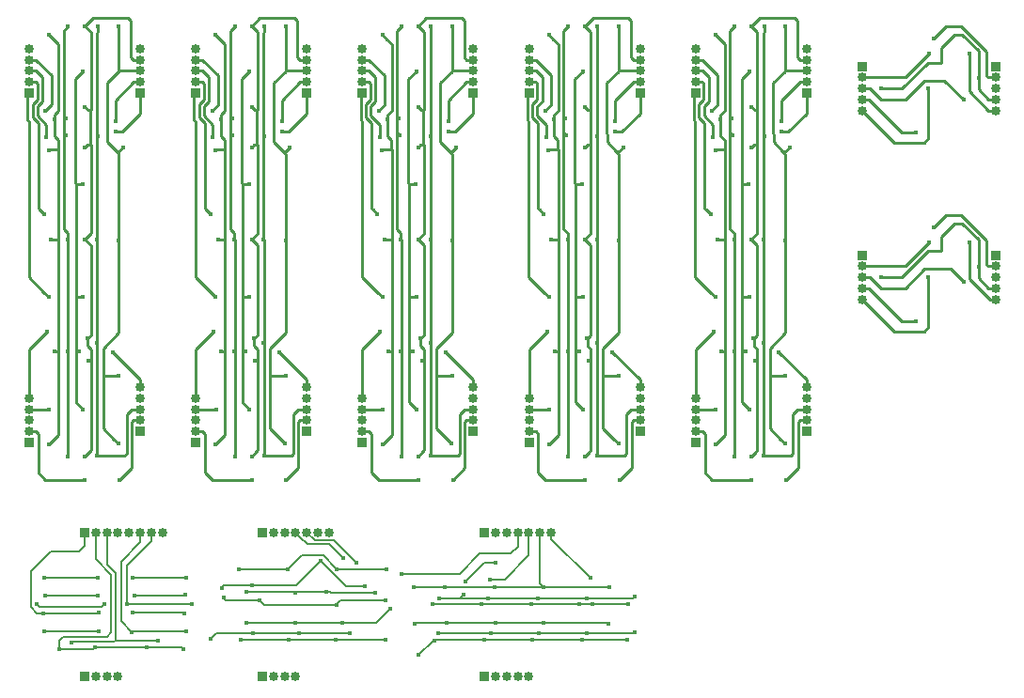
<source format=gbr>
G04 #@! TF.GenerationSoftware,KiCad,Pcbnew,(5.1.9)-1*
G04 #@! TF.CreationDate,2021-02-13T15:05:32-08:00*
G04 #@! TF.ProjectId,ufc_v4_displays_panel,7566635f-7634-45f6-9469-73706c617973,rev?*
G04 #@! TF.SameCoordinates,Original*
G04 #@! TF.FileFunction,Copper,L2,Bot*
G04 #@! TF.FilePolarity,Positive*
%FSLAX46Y46*%
G04 Gerber Fmt 4.6, Leading zero omitted, Abs format (unit mm)*
G04 Created by KiCad (PCBNEW (5.1.9)-1) date 2021-02-13 15:05:32*
%MOMM*%
%LPD*%
G01*
G04 APERTURE LIST*
G04 #@! TA.AperFunction,ComponentPad*
%ADD10R,0.850000X0.850000*%
G04 #@! TD*
G04 #@! TA.AperFunction,ComponentPad*
%ADD11O,0.850000X0.850000*%
G04 #@! TD*
G04 #@! TA.AperFunction,ViaPad*
%ADD12C,0.450000*%
G04 #@! TD*
G04 #@! TA.AperFunction,Conductor*
%ADD13C,0.250000*%
G04 #@! TD*
G04 #@! TA.AperFunction,Conductor*
%ADD14C,0.152000*%
G04 #@! TD*
G04 #@! TA.AperFunction,Conductor*
%ADD15C,0.152400*%
G04 #@! TD*
G04 APERTURE END LIST*
D10*
X100635900Y-96042000D03*
D11*
X101635900Y-96042000D03*
X102635900Y-96042000D03*
X103635900Y-96042000D03*
X104635900Y-96042000D03*
X106635900Y-83042000D03*
X105635900Y-83042000D03*
X104635900Y-83042000D03*
X103635900Y-83042000D03*
X102635900Y-83042000D03*
X101635900Y-83042000D03*
D10*
X100635900Y-83042000D03*
D11*
X83635900Y-96042000D03*
X82635900Y-96042000D03*
X81635900Y-96042000D03*
D10*
X80635900Y-96042000D03*
X80635900Y-83042000D03*
D11*
X81635900Y-83042000D03*
X82635900Y-83042000D03*
X83635900Y-83042000D03*
X84635900Y-83042000D03*
X85635900Y-83042000D03*
X86635900Y-83042000D03*
D10*
X64635900Y-96042000D03*
D11*
X65635900Y-96042000D03*
X66635900Y-96042000D03*
X67635900Y-96042000D03*
D10*
X64635900Y-83042000D03*
D11*
X65635900Y-83042000D03*
X66635900Y-83042000D03*
X67635900Y-83042000D03*
X68635900Y-83042000D03*
X69635900Y-83042000D03*
X70635900Y-83042000D03*
X71635900Y-83042000D03*
X134633800Y-45041300D03*
X134633800Y-44041300D03*
X134633800Y-43041300D03*
X134633800Y-42041300D03*
D10*
X134633800Y-41041300D03*
X146633800Y-41041300D03*
D11*
X146633800Y-42041300D03*
X146633800Y-43041300D03*
X146633800Y-44041300D03*
X146633800Y-45041300D03*
X134633800Y-62046600D03*
X134633800Y-61046600D03*
X134633800Y-60046600D03*
X134633800Y-59046600D03*
D10*
X134633800Y-58046600D03*
X146633800Y-58046600D03*
D11*
X146633800Y-59046600D03*
X146633800Y-60046600D03*
X146633800Y-61046600D03*
X146633800Y-62046600D03*
X119635780Y-70941760D03*
X119635780Y-71941760D03*
X119635780Y-72941760D03*
X119635780Y-73941760D03*
D10*
X119635780Y-74941760D03*
D11*
X119635780Y-39441760D03*
X119635780Y-40441760D03*
X119635780Y-41441760D03*
X119635780Y-42441760D03*
D10*
X119635780Y-43441760D03*
D11*
X129635780Y-69941760D03*
X129635780Y-70941760D03*
X129635780Y-71941760D03*
X129635780Y-72941760D03*
D10*
X129635780Y-73941760D03*
D11*
X129635780Y-39441760D03*
X129635780Y-40441760D03*
X129635780Y-41441760D03*
X129635780Y-42441760D03*
D10*
X129635780Y-43441760D03*
D11*
X104639620Y-70941760D03*
X104639620Y-71941760D03*
X104639620Y-72941760D03*
X104639620Y-73941760D03*
D10*
X104639620Y-74941760D03*
D11*
X104639620Y-39441760D03*
X104639620Y-40441760D03*
X104639620Y-41441760D03*
X104639620Y-42441760D03*
D10*
X104639620Y-43441760D03*
D11*
X114639620Y-69941760D03*
X114639620Y-70941760D03*
X114639620Y-71941760D03*
X114639620Y-72941760D03*
D10*
X114639620Y-73941760D03*
D11*
X114639620Y-39441760D03*
X114639620Y-40441760D03*
X114639620Y-41441760D03*
X114639620Y-42441760D03*
D10*
X114639620Y-43441760D03*
D11*
X89638380Y-70941760D03*
X89638380Y-71941760D03*
X89638380Y-72941760D03*
X89638380Y-73941760D03*
D10*
X89638380Y-74941760D03*
D11*
X89638380Y-39441760D03*
X89638380Y-40441760D03*
X89638380Y-41441760D03*
X89638380Y-42441760D03*
D10*
X89638380Y-43441760D03*
D11*
X99638380Y-69941760D03*
X99638380Y-70941760D03*
X99638380Y-71941760D03*
X99638380Y-72941760D03*
D10*
X99638380Y-73941760D03*
D11*
X99638380Y-39441760D03*
X99638380Y-40441760D03*
X99638380Y-41441760D03*
X99638380Y-42441760D03*
D10*
X99638380Y-43441760D03*
D11*
X74637140Y-70941760D03*
X74637140Y-71941760D03*
X74637140Y-72941760D03*
X74637140Y-73941760D03*
D10*
X74637140Y-74941760D03*
D11*
X74637140Y-39441760D03*
X74637140Y-40441760D03*
X74637140Y-41441760D03*
X74637140Y-42441760D03*
D10*
X74637140Y-43441760D03*
D11*
X84637140Y-69941760D03*
X84637140Y-70941760D03*
X84637140Y-71941760D03*
X84637140Y-72941760D03*
D10*
X84637140Y-73941760D03*
D11*
X84637140Y-39441760D03*
X84637140Y-40441760D03*
X84637140Y-41441760D03*
X84637140Y-42441760D03*
D10*
X84637140Y-43441760D03*
D11*
X59635900Y-70941760D03*
X59635900Y-71941760D03*
X59635900Y-72941760D03*
X59635900Y-73941760D03*
D10*
X59635900Y-74941760D03*
D11*
X59635900Y-39441760D03*
X59635900Y-40441760D03*
X59635900Y-41441760D03*
X59635900Y-42441760D03*
D10*
X59635900Y-43441760D03*
D11*
X69635900Y-69941760D03*
X69635900Y-70941760D03*
X69635900Y-71941760D03*
X69635900Y-72941760D03*
D10*
X69635900Y-73941760D03*
D11*
X69635900Y-39441760D03*
X69635900Y-40441760D03*
X69635900Y-41441760D03*
X69635900Y-42441760D03*
D10*
X69635900Y-43441760D03*
D12*
X140682300Y-39914800D03*
X140682300Y-56920100D03*
X121456290Y-71930260D03*
X106460130Y-71930260D03*
X91458890Y-71930260D03*
X76457650Y-71930260D03*
X61456410Y-71930260D03*
X121247760Y-64904966D03*
X106251600Y-64904966D03*
X91250360Y-64904966D03*
X76249120Y-64904966D03*
X61247880Y-64904966D03*
X121429780Y-61833760D03*
X106433620Y-61833760D03*
X91432380Y-61833760D03*
X76431140Y-61833760D03*
X61429900Y-61833760D03*
X60921900Y-90360500D03*
X65874900Y-90297000D03*
X68922900Y-90297000D03*
X73625590Y-90350002D03*
X143786691Y-44030931D03*
X143786691Y-60476100D03*
X125767783Y-76121260D03*
X125747780Y-56626760D03*
X125811280Y-37412770D03*
X125753218Y-65963979D03*
X125811280Y-47355760D03*
X110771623Y-76121260D03*
X110751620Y-56626760D03*
X110815120Y-37412770D03*
X110757058Y-65963979D03*
X110815120Y-47355760D03*
X95770383Y-76121260D03*
X95750380Y-56626760D03*
X95813880Y-37412770D03*
X95755818Y-65963979D03*
X95813880Y-47355760D03*
X80769143Y-76121260D03*
X80749140Y-56626760D03*
X80812640Y-37412770D03*
X80754578Y-65963979D03*
X80812640Y-47355760D03*
X65767903Y-76121260D03*
X65747900Y-56626760D03*
X65811400Y-37412770D03*
X65753338Y-65963979D03*
X65811400Y-47355760D03*
X65557400Y-93408500D03*
X70256396Y-93408500D03*
X73494900Y-93535500D03*
X62382400Y-93599000D03*
X139475800Y-47026800D03*
X139475800Y-64032100D03*
X71208900Y-92773500D03*
X63461900Y-92957010D03*
X140618800Y-43026300D03*
X140618800Y-60031600D03*
X124477780Y-71930260D03*
X124431780Y-51627760D03*
X124477780Y-41450260D03*
X124477771Y-61787760D03*
X124144293Y-66723260D03*
X127144784Y-66786760D03*
X109481620Y-71930260D03*
X109435620Y-51627760D03*
X109481620Y-41450260D03*
X109481611Y-61787760D03*
X109148133Y-66723260D03*
X112148624Y-66786760D03*
X94480380Y-71930260D03*
X94434380Y-51627760D03*
X94480380Y-41450260D03*
X94480371Y-61787760D03*
X94146893Y-66723260D03*
X97147384Y-66786760D03*
X79479140Y-71930260D03*
X79433140Y-51627760D03*
X79479140Y-41450260D03*
X79479131Y-61787760D03*
X79145653Y-66723260D03*
X82146144Y-66786760D03*
X64477900Y-71930260D03*
X64431900Y-51627760D03*
X64477900Y-41450260D03*
X64477891Y-61787760D03*
X64144413Y-66723260D03*
X67144904Y-66786760D03*
X61047891Y-88700097D03*
X65811400Y-88773000D03*
X69113400Y-88773000D03*
X73713203Y-88693333D03*
X123144280Y-76184760D03*
X123117770Y-56620026D03*
X123144282Y-37412770D03*
X123117770Y-66723260D03*
X122953780Y-47228760D03*
X127398742Y-46939793D03*
X122909392Y-45739828D03*
X108148120Y-76184760D03*
X108121610Y-56620026D03*
X108148122Y-37412770D03*
X108121610Y-66723260D03*
X107957620Y-47228760D03*
X112402582Y-46939793D03*
X107913232Y-45739828D03*
X93146880Y-76184760D03*
X93120370Y-56620026D03*
X93146882Y-37412770D03*
X93120370Y-66723260D03*
X92956380Y-47228760D03*
X97401342Y-46939793D03*
X92911992Y-45739828D03*
X78145640Y-76184760D03*
X78119130Y-56620026D03*
X78145642Y-37412770D03*
X78119130Y-66723260D03*
X77955140Y-47228760D03*
X82400102Y-46939793D03*
X77910752Y-45739828D03*
X63144400Y-76184760D03*
X63117890Y-56620026D03*
X63144402Y-37412770D03*
X63117890Y-66723260D03*
X62953900Y-47228760D03*
X67398862Y-46939793D03*
X62909512Y-45739828D03*
X78535900Y-86362000D03*
X91805900Y-86352000D03*
X87365900Y-86362000D03*
X82940275Y-86362000D03*
X79205900Y-88422000D03*
X86395900Y-88392000D03*
X90835039Y-88453501D03*
X83595900Y-88502000D03*
X79165900Y-91152000D03*
X87845900Y-91152000D03*
X83605900Y-91152000D03*
X92109490Y-89941058D03*
X78705900Y-92722000D03*
X91705900Y-92702000D03*
X87235900Y-92722000D03*
X82965900Y-92722000D03*
X87925900Y-85382000D03*
X79795900Y-92122000D03*
X88485900Y-92122000D03*
X83945900Y-92122000D03*
X89085900Y-85762000D03*
X75960730Y-92654295D03*
X76965900Y-88022000D03*
X79740901Y-87797001D03*
X85875423Y-85625107D03*
X89875900Y-87922000D03*
X77125900Y-88922000D03*
X91710880Y-89162476D03*
X80395424Y-89162476D03*
X87295900Y-89562000D03*
X96585900Y-88972000D03*
X114165900Y-88782000D03*
X109855900Y-88972000D03*
X105455900Y-88972000D03*
X100995900Y-88972000D03*
X98768113Y-88659787D03*
X98940140Y-87464420D03*
X101625408Y-85788500D03*
X96475900Y-92122000D03*
X114195900Y-92012000D03*
X109875900Y-92122000D03*
X105525900Y-92122000D03*
X101185900Y-92122000D03*
X113485900Y-92732000D03*
X96095900Y-92762000D03*
X100605900Y-92732000D03*
X104935900Y-92732000D03*
X109455900Y-92732000D03*
X93137679Y-86750057D03*
X94712307Y-94082000D03*
X111785900Y-91312000D03*
X105963997Y-91180097D03*
X101597803Y-91180097D03*
X97217803Y-91180097D03*
X101165900Y-87302000D03*
X94387628Y-91257103D03*
X94275900Y-87972000D03*
X111895900Y-88002000D03*
X105965900Y-87972000D03*
X101555900Y-87972000D03*
X97095900Y-87972000D03*
X113545900Y-89522000D03*
X95965900Y-89512000D03*
X100355900Y-89522000D03*
X104845900Y-89522000D03*
X109195900Y-89522000D03*
X110144860Y-87152000D03*
X110365900Y-89522000D03*
X141079651Y-38525322D03*
X141079651Y-55530622D03*
X127400100Y-45939782D03*
X112403940Y-45939782D03*
X97402700Y-45939782D03*
X82401460Y-45939782D03*
X67400220Y-45939782D03*
X73774957Y-87110864D03*
X68986400Y-87122000D03*
X65811400Y-87122000D03*
X60990418Y-87116982D03*
X144302306Y-39880673D03*
X144302306Y-56885973D03*
X121429780Y-75105260D03*
X121429780Y-38211760D03*
X121620280Y-56626760D03*
X121937780Y-66723260D03*
X121410741Y-48627732D03*
X121909796Y-45768252D03*
X106433620Y-75105260D03*
X106433620Y-38211760D03*
X106624120Y-56626760D03*
X106941620Y-66723260D03*
X106414581Y-48627732D03*
X106913636Y-45768252D03*
X91432380Y-75105260D03*
X91432380Y-38211760D03*
X91622880Y-56626760D03*
X91940380Y-66723260D03*
X91413341Y-48627732D03*
X91912396Y-45768252D03*
X76431140Y-75105260D03*
X76431140Y-38211760D03*
X76621640Y-56626760D03*
X76939140Y-66723260D03*
X76412101Y-48627732D03*
X76911156Y-45768252D03*
X61429900Y-75105260D03*
X61429900Y-38211760D03*
X61620400Y-56626760D03*
X61937900Y-66723260D03*
X61410861Y-48627732D03*
X61909916Y-45768252D03*
X60350400Y-89535000D03*
X66382900Y-89535000D03*
X74256900Y-89535000D03*
X68407910Y-89535000D03*
X136364300Y-43026300D03*
X145118634Y-42096212D03*
X136364300Y-60031600D03*
X145118634Y-59101512D03*
X124668282Y-76184760D03*
X124668280Y-56626760D03*
X124668280Y-37412770D03*
X124668280Y-44688760D03*
X124668280Y-48308260D03*
X124985780Y-67548760D03*
X124858780Y-65516760D03*
X109672122Y-76184760D03*
X109672120Y-56626760D03*
X109672120Y-37412770D03*
X109672120Y-44688760D03*
X109672120Y-48308260D03*
X109989620Y-67548760D03*
X109862620Y-65516760D03*
X94670882Y-76184760D03*
X94670880Y-56626760D03*
X94670880Y-37412770D03*
X94670880Y-44688760D03*
X94670880Y-48308260D03*
X94988380Y-67548760D03*
X94861380Y-65516760D03*
X79669642Y-76184760D03*
X79669640Y-56626760D03*
X79669640Y-37412770D03*
X79669640Y-44688760D03*
X79669640Y-48308260D03*
X79987140Y-67548760D03*
X79860140Y-65516760D03*
X64668402Y-76184760D03*
X64668400Y-56626760D03*
X64668400Y-37412770D03*
X64668400Y-44688760D03*
X64668400Y-48308260D03*
X64985900Y-67548760D03*
X64858900Y-65516760D03*
X60985400Y-91948000D03*
X73748900Y-91948000D03*
X68859400Y-92011500D03*
X65874900Y-91954990D03*
X127716280Y-56753760D03*
X127716280Y-37412770D03*
X127689770Y-75045339D03*
X127716280Y-68897260D03*
X128109787Y-48327351D03*
X112720120Y-56753760D03*
X112720120Y-37412770D03*
X112693610Y-75045339D03*
X112720120Y-68897260D03*
X113113627Y-48327351D03*
X97718880Y-56753760D03*
X97718880Y-37412770D03*
X97692370Y-75045339D03*
X97718880Y-68897260D03*
X98112387Y-48327351D03*
X82717640Y-56753760D03*
X82717640Y-37412770D03*
X82691130Y-75045339D03*
X82717640Y-68897260D03*
X83111147Y-48327351D03*
X67716400Y-56753760D03*
X67716400Y-37412770D03*
X67689890Y-75045339D03*
X67716400Y-68897260D03*
X68109907Y-48327351D03*
X120985280Y-54340760D03*
X105989120Y-54340760D03*
X90987880Y-54340760D03*
X75986640Y-54340760D03*
X60985400Y-54340760D03*
X121185549Y-47377220D03*
X106189389Y-47377220D03*
X91188149Y-47377220D03*
X76186909Y-47377220D03*
X61185669Y-47377220D03*
X121112280Y-45006260D03*
X106116120Y-45006260D03*
X91114880Y-45006260D03*
X76113640Y-45006260D03*
X61112400Y-45006260D03*
X124668280Y-78280260D03*
X109672120Y-78280260D03*
X94670880Y-78280260D03*
X79669640Y-78280260D03*
X64668400Y-78280260D03*
X127779780Y-78280260D03*
X112783620Y-78280260D03*
X97782380Y-78280260D03*
X82781140Y-78280260D03*
X67779900Y-78280260D03*
D13*
X138555800Y-42041300D02*
X140682300Y-39914800D01*
X134633800Y-42041300D02*
X138555800Y-42041300D01*
X138555800Y-59046600D02*
X140682300Y-56920100D01*
X134633800Y-59046600D02*
X138555800Y-59046600D01*
X119635780Y-71941760D02*
X121444790Y-71941760D01*
X121444790Y-71941760D02*
X121456290Y-71930260D01*
X104639620Y-71941760D02*
X106448630Y-71941760D01*
X106448630Y-71941760D02*
X106460130Y-71930260D01*
X89638380Y-71941760D02*
X91447390Y-71941760D01*
X91447390Y-71941760D02*
X91458890Y-71930260D01*
X74637140Y-71941760D02*
X76446150Y-71941760D01*
X76446150Y-71941760D02*
X76457650Y-71930260D01*
X59635900Y-71941760D02*
X61444910Y-71941760D01*
X61444910Y-71941760D02*
X61456410Y-71930260D01*
X119635780Y-70941760D02*
X119635780Y-66516946D01*
X119635780Y-66516946D02*
X121247760Y-64904966D01*
X104639620Y-70941760D02*
X104639620Y-66516946D01*
X104639620Y-66516946D02*
X106251600Y-64904966D01*
X89638380Y-70941760D02*
X89638380Y-66516946D01*
X89638380Y-66516946D02*
X91250360Y-64904966D01*
X74637140Y-70941760D02*
X74637140Y-66516946D01*
X74637140Y-66516946D02*
X76249120Y-64904966D01*
X59635900Y-70941760D02*
X59635900Y-66516946D01*
X59635900Y-66516946D02*
X61247880Y-64904966D01*
X119614257Y-60018237D02*
X121029781Y-61433761D01*
X119487257Y-45854061D02*
X119614257Y-45981061D01*
X121029781Y-61433761D02*
X121429780Y-61833760D01*
X119635780Y-43441760D02*
X119487257Y-43590283D01*
X119614257Y-45981061D02*
X119614257Y-60018237D01*
X119487257Y-43590283D02*
X119487257Y-45854061D01*
X104618097Y-60018237D02*
X106033621Y-61433761D01*
X104491097Y-45854061D02*
X104618097Y-45981061D01*
X106033621Y-61433761D02*
X106433620Y-61833760D01*
X104639620Y-43441760D02*
X104491097Y-43590283D01*
X104618097Y-45981061D02*
X104618097Y-60018237D01*
X104491097Y-43590283D02*
X104491097Y-45854061D01*
X89616857Y-60018237D02*
X91032381Y-61433761D01*
X89489857Y-45854061D02*
X89616857Y-45981061D01*
X91032381Y-61433761D02*
X91432380Y-61833760D01*
X89638380Y-43441760D02*
X89489857Y-43590283D01*
X89616857Y-45981061D02*
X89616857Y-60018237D01*
X89489857Y-43590283D02*
X89489857Y-45854061D01*
X74615617Y-60018237D02*
X76031141Y-61433761D01*
X74488617Y-45854061D02*
X74615617Y-45981061D01*
X76031141Y-61433761D02*
X76431140Y-61833760D01*
X74637140Y-43441760D02*
X74488617Y-43590283D01*
X74615617Y-45981061D02*
X74615617Y-60018237D01*
X74488617Y-43590283D02*
X74488617Y-45854061D01*
X59614377Y-60018237D02*
X61029901Y-61433761D01*
X59487377Y-45854061D02*
X59614377Y-45981061D01*
X61029901Y-61433761D02*
X61429900Y-61833760D01*
X59635900Y-43441760D02*
X59487377Y-43590283D01*
X59614377Y-45981061D02*
X59614377Y-60018237D01*
X59487377Y-43590283D02*
X59487377Y-45854061D01*
D14*
X65811400Y-90360500D02*
X65874900Y-90297000D01*
X60921900Y-90360500D02*
X65811400Y-90360500D01*
X73572588Y-90297000D02*
X73625590Y-90350002D01*
X68922900Y-90297000D02*
X73572588Y-90297000D01*
X60350400Y-90360500D02*
X60921900Y-90360500D01*
X59778900Y-89789000D02*
X60350400Y-90360500D01*
X59778900Y-86550500D02*
X59778900Y-89789000D01*
X64635900Y-83042000D02*
X64635900Y-84233500D01*
X64635900Y-84233500D02*
X64096900Y-84772500D01*
X64096900Y-84772500D02*
X61556900Y-84772500D01*
X61556900Y-84772500D02*
X59778900Y-86550500D01*
D13*
X140270798Y-42301298D02*
X142057058Y-42301298D01*
X138529796Y-44042300D02*
X140270798Y-42301298D01*
X136307296Y-44042300D02*
X138529796Y-44042300D01*
X135306296Y-43041300D02*
X136307296Y-44042300D01*
X142057058Y-42301298D02*
X143786691Y-44030931D01*
X134633800Y-43041300D02*
X135306296Y-43041300D01*
X142617189Y-59306598D02*
X143786691Y-60476100D01*
X135306296Y-60046600D02*
X136307296Y-61047600D01*
X136307296Y-61047600D02*
X138529796Y-61047600D01*
X134633800Y-60046600D02*
X135306296Y-60046600D01*
X140270798Y-59306598D02*
X142617189Y-59306598D01*
X138529796Y-61047600D02*
X140270798Y-59306598D01*
X125767780Y-76121257D02*
X125767783Y-76121260D01*
X125767780Y-66806760D02*
X125767780Y-76121257D01*
X125767780Y-56646760D02*
X125747780Y-56626760D01*
X125767780Y-66806760D02*
X125767780Y-56646760D01*
X129635780Y-71941760D02*
X128847780Y-71941760D01*
X128847780Y-71941760D02*
X128414780Y-72374760D01*
X128414780Y-72374760D02*
X128414780Y-75930760D01*
X128224280Y-76121260D02*
X125767783Y-76121260D01*
X128414780Y-75930760D02*
X128224280Y-76121260D01*
X125811280Y-37978455D02*
X125811280Y-37412770D01*
X125747780Y-38041955D02*
X125811280Y-37978455D01*
X125811280Y-47355760D02*
X125747780Y-47355760D01*
X125747780Y-47355760D02*
X125747780Y-38041955D01*
X125747780Y-56626760D02*
X125747780Y-47355760D01*
X110771620Y-76121257D02*
X110771623Y-76121260D01*
X110771620Y-66806760D02*
X110771620Y-76121257D01*
X110771620Y-56646760D02*
X110751620Y-56626760D01*
X110771620Y-66806760D02*
X110771620Y-56646760D01*
X114639620Y-71941760D02*
X113851620Y-71941760D01*
X113851620Y-71941760D02*
X113418620Y-72374760D01*
X113418620Y-72374760D02*
X113418620Y-75930760D01*
X113228120Y-76121260D02*
X110771623Y-76121260D01*
X113418620Y-75930760D02*
X113228120Y-76121260D01*
X110815120Y-37978455D02*
X110815120Y-37412770D01*
X110751620Y-38041955D02*
X110815120Y-37978455D01*
X110815120Y-47355760D02*
X110751620Y-47355760D01*
X110751620Y-47355760D02*
X110751620Y-38041955D01*
X110751620Y-56626760D02*
X110751620Y-47355760D01*
X95770380Y-76121257D02*
X95770383Y-76121260D01*
X95770380Y-66806760D02*
X95770380Y-76121257D01*
X95770380Y-56646760D02*
X95750380Y-56626760D01*
X95770380Y-66806760D02*
X95770380Y-56646760D01*
X99638380Y-71941760D02*
X98850380Y-71941760D01*
X98850380Y-71941760D02*
X98417380Y-72374760D01*
X98417380Y-72374760D02*
X98417380Y-75930760D01*
X98226880Y-76121260D02*
X95770383Y-76121260D01*
X98417380Y-75930760D02*
X98226880Y-76121260D01*
X95813880Y-37978455D02*
X95813880Y-37412770D01*
X95750380Y-38041955D02*
X95813880Y-37978455D01*
X95813880Y-47355760D02*
X95750380Y-47355760D01*
X95750380Y-47355760D02*
X95750380Y-38041955D01*
X95750380Y-56626760D02*
X95750380Y-47355760D01*
X80769140Y-76121257D02*
X80769143Y-76121260D01*
X80769140Y-66806760D02*
X80769140Y-76121257D01*
X80769140Y-56646760D02*
X80749140Y-56626760D01*
X80769140Y-66806760D02*
X80769140Y-56646760D01*
X84637140Y-71941760D02*
X83849140Y-71941760D01*
X83849140Y-71941760D02*
X83416140Y-72374760D01*
X83416140Y-72374760D02*
X83416140Y-75930760D01*
X83225640Y-76121260D02*
X80769143Y-76121260D01*
X83416140Y-75930760D02*
X83225640Y-76121260D01*
X80812640Y-37978455D02*
X80812640Y-37412770D01*
X80749140Y-38041955D02*
X80812640Y-37978455D01*
X80812640Y-47355760D02*
X80749140Y-47355760D01*
X80749140Y-47355760D02*
X80749140Y-38041955D01*
X80749140Y-56626760D02*
X80749140Y-47355760D01*
X65767900Y-76121257D02*
X65767903Y-76121260D01*
X65767900Y-66806760D02*
X65767900Y-76121257D01*
X65767900Y-56646760D02*
X65747900Y-56626760D01*
X65767900Y-66806760D02*
X65767900Y-56646760D01*
X69635900Y-71941760D02*
X68847900Y-71941760D01*
X68847900Y-71941760D02*
X68414900Y-72374760D01*
X68414900Y-72374760D02*
X68414900Y-75930760D01*
X68224400Y-76121260D02*
X65767903Y-76121260D01*
X68414900Y-75930760D02*
X68224400Y-76121260D01*
X65811400Y-37978455D02*
X65811400Y-37412770D01*
X65747900Y-38041955D02*
X65811400Y-37978455D01*
X65811400Y-47355760D02*
X65747900Y-47355760D01*
X65747900Y-47355760D02*
X65747900Y-38041955D01*
X65747900Y-56626760D02*
X65747900Y-47355760D01*
D14*
X65557400Y-93408500D02*
X65875598Y-93408500D01*
X65875598Y-93408500D02*
X70256396Y-93408500D01*
X70256396Y-93408500D02*
X73367900Y-93408500D01*
X73367900Y-93408500D02*
X73494900Y-93535500D01*
X65557400Y-93408500D02*
X65366900Y-93599000D01*
X65366900Y-93599000D02*
X62382400Y-93599000D01*
X62382400Y-92773500D02*
X62382400Y-93599000D01*
X66636900Y-92456000D02*
X62699900Y-92456000D01*
X67017900Y-92075000D02*
X66636900Y-92456000D01*
X67017900Y-86847636D02*
X67017900Y-92075000D01*
X65635900Y-85465636D02*
X67017900Y-86847636D01*
X62699900Y-92456000D02*
X62382400Y-92773500D01*
X65635900Y-83042000D02*
X65635900Y-85465636D01*
D13*
X134633800Y-44041300D02*
X135234840Y-44041300D01*
X135234840Y-44041300D02*
X138220340Y-47026800D01*
X138220340Y-47026800D02*
X139475800Y-47026800D01*
X134633800Y-61046600D02*
X135234840Y-61046600D01*
X135234840Y-61046600D02*
X138220340Y-64032100D01*
X138220340Y-64032100D02*
X139475800Y-64032100D01*
D14*
X71208900Y-92773500D02*
X67398900Y-92773500D01*
X67300889Y-92871511D02*
X63547399Y-92871511D01*
X67398900Y-92773500D02*
X67300889Y-92871511D01*
X63547399Y-92871511D02*
X63461900Y-92957010D01*
X66635900Y-83042000D02*
X66635900Y-85967818D01*
X66635900Y-85967818D02*
X67398900Y-86730818D01*
X67398900Y-86730818D02*
X67398900Y-92773500D01*
D13*
X134633800Y-45041300D02*
X137508300Y-47915800D01*
X137508300Y-47915800D02*
X140237800Y-47915800D01*
X140618800Y-47534800D02*
X140618800Y-43026300D01*
X140237800Y-47915800D02*
X140618800Y-47534800D01*
X134633800Y-62046600D02*
X137508300Y-64921100D01*
X137508300Y-64921100D02*
X140237800Y-64921100D01*
X140618800Y-64540100D02*
X140618800Y-60031600D01*
X140237800Y-64921100D02*
X140618800Y-64540100D01*
X123860280Y-51627760D02*
X123842780Y-51610260D01*
X124431780Y-51627760D02*
X123860280Y-51627760D01*
X123842780Y-61770260D02*
X123842780Y-51610260D01*
X123842780Y-61770260D02*
X123860280Y-61787760D01*
X123860280Y-61787760D02*
X124477771Y-61787760D01*
X123779280Y-42148760D02*
X124477780Y-41450260D01*
X123779280Y-51546760D02*
X123779280Y-42148760D01*
X123842780Y-51610260D02*
X123779280Y-51546760D01*
X129635780Y-69941760D02*
X129635780Y-69277756D01*
X129635780Y-69277756D02*
X127144784Y-66786760D01*
X123842780Y-66348758D02*
X123842780Y-61770260D01*
X124477780Y-71930260D02*
X123842780Y-71295260D01*
X123906280Y-66723260D02*
X123842780Y-66659760D01*
X124144293Y-66723260D02*
X123906280Y-66723260D01*
X123842780Y-66659760D02*
X123842780Y-66348758D01*
X123842780Y-71295260D02*
X123842780Y-66659760D01*
X108864120Y-51627760D02*
X108846620Y-51610260D01*
X109435620Y-51627760D02*
X108864120Y-51627760D01*
X108846620Y-61770260D02*
X108846620Y-51610260D01*
X108846620Y-61770260D02*
X108864120Y-61787760D01*
X108864120Y-61787760D02*
X109481611Y-61787760D01*
X108783120Y-42148760D02*
X109481620Y-41450260D01*
X108783120Y-51546760D02*
X108783120Y-42148760D01*
X108846620Y-51610260D02*
X108783120Y-51546760D01*
X114639620Y-69941760D02*
X114639620Y-69277756D01*
X114639620Y-69277756D02*
X112148624Y-66786760D01*
X108846620Y-66348758D02*
X108846620Y-61770260D01*
X109481620Y-71930260D02*
X108846620Y-71295260D01*
X108910120Y-66723260D02*
X108846620Y-66659760D01*
X109148133Y-66723260D02*
X108910120Y-66723260D01*
X108846620Y-66659760D02*
X108846620Y-66348758D01*
X108846620Y-71295260D02*
X108846620Y-66659760D01*
X93862880Y-51627760D02*
X93845380Y-51610260D01*
X94434380Y-51627760D02*
X93862880Y-51627760D01*
X93845380Y-61770260D02*
X93845380Y-51610260D01*
X93845380Y-61770260D02*
X93862880Y-61787760D01*
X93862880Y-61787760D02*
X94480371Y-61787760D01*
X93781880Y-42148760D02*
X94480380Y-41450260D01*
X93781880Y-51546760D02*
X93781880Y-42148760D01*
X93845380Y-51610260D02*
X93781880Y-51546760D01*
X99638380Y-69941760D02*
X99638380Y-69277756D01*
X99638380Y-69277756D02*
X97147384Y-66786760D01*
X93845380Y-66348758D02*
X93845380Y-61770260D01*
X94480380Y-71930260D02*
X93845380Y-71295260D01*
X93908880Y-66723260D02*
X93845380Y-66659760D01*
X94146893Y-66723260D02*
X93908880Y-66723260D01*
X93845380Y-66659760D02*
X93845380Y-66348758D01*
X93845380Y-71295260D02*
X93845380Y-66659760D01*
X78861640Y-51627760D02*
X78844140Y-51610260D01*
X79433140Y-51627760D02*
X78861640Y-51627760D01*
X78844140Y-61770260D02*
X78844140Y-51610260D01*
X78844140Y-61770260D02*
X78861640Y-61787760D01*
X78861640Y-61787760D02*
X79479131Y-61787760D01*
X78780640Y-42148760D02*
X79479140Y-41450260D01*
X78780640Y-51546760D02*
X78780640Y-42148760D01*
X78844140Y-51610260D02*
X78780640Y-51546760D01*
X84637140Y-69941760D02*
X84637140Y-69277756D01*
X84637140Y-69277756D02*
X82146144Y-66786760D01*
X78844140Y-66348758D02*
X78844140Y-61770260D01*
X79479140Y-71930260D02*
X78844140Y-71295260D01*
X78907640Y-66723260D02*
X78844140Y-66659760D01*
X79145653Y-66723260D02*
X78907640Y-66723260D01*
X78844140Y-66659760D02*
X78844140Y-66348758D01*
X78844140Y-71295260D02*
X78844140Y-66659760D01*
X63860400Y-51627760D02*
X63842900Y-51610260D01*
X64431900Y-51627760D02*
X63860400Y-51627760D01*
X63842900Y-61770260D02*
X63842900Y-51610260D01*
X63842900Y-61770260D02*
X63860400Y-61787760D01*
X63860400Y-61787760D02*
X64477891Y-61787760D01*
X63779400Y-42148760D02*
X64477900Y-41450260D01*
X63779400Y-51546760D02*
X63779400Y-42148760D01*
X63842900Y-51610260D02*
X63779400Y-51546760D01*
X69635900Y-69941760D02*
X69635900Y-69277756D01*
X69635900Y-69277756D02*
X67144904Y-66786760D01*
X63842900Y-66348758D02*
X63842900Y-61770260D01*
X64477900Y-71930260D02*
X63842900Y-71295260D01*
X63906400Y-66723260D02*
X63842900Y-66659760D01*
X64144413Y-66723260D02*
X63906400Y-66723260D01*
X63842900Y-66659760D02*
X63842900Y-66348758D01*
X63842900Y-71295260D02*
X63842900Y-66659760D01*
D14*
X69113400Y-88773000D02*
X73633536Y-88773000D01*
X73633536Y-88773000D02*
X73713203Y-88693333D01*
X61120794Y-88773000D02*
X65811400Y-88773000D01*
X61047891Y-88700097D02*
X61120794Y-88773000D01*
X61047891Y-88700097D02*
X61039497Y-88700097D01*
D13*
X123144280Y-56646536D02*
X123117770Y-56620026D01*
X123144280Y-76184760D02*
X123144280Y-56646536D01*
X123144282Y-37412770D02*
X122744283Y-37812769D01*
X122744283Y-55680854D02*
X123117770Y-56054341D01*
X123117770Y-56054341D02*
X123117770Y-56620026D01*
X122744283Y-47019263D02*
X122744283Y-46866757D01*
X122953780Y-47228760D02*
X122744283Y-47019263D01*
X122744283Y-45622263D02*
X122744283Y-55680854D01*
X122744283Y-37812769D02*
X122744283Y-45622263D01*
X129635780Y-43441760D02*
X129635780Y-45305818D01*
X128001805Y-46939793D02*
X127398742Y-46939793D01*
X129635780Y-45305818D02*
X128001805Y-46939793D01*
X122744283Y-45622263D02*
X122861848Y-45739828D01*
X122861848Y-45739828D02*
X122909392Y-45739828D01*
X108148120Y-56646536D02*
X108121610Y-56620026D01*
X108148120Y-76184760D02*
X108148120Y-56646536D01*
X108148122Y-37412770D02*
X107748123Y-37812769D01*
X107748123Y-55680854D02*
X108121610Y-56054341D01*
X108121610Y-56054341D02*
X108121610Y-56620026D01*
X107748123Y-47019263D02*
X107748123Y-46866757D01*
X107957620Y-47228760D02*
X107748123Y-47019263D01*
X107748123Y-45622263D02*
X107748123Y-55680854D01*
X107748123Y-37812769D02*
X107748123Y-45622263D01*
X114639620Y-43441760D02*
X114639620Y-45305818D01*
X113005645Y-46939793D02*
X112402582Y-46939793D01*
X114639620Y-45305818D02*
X113005645Y-46939793D01*
X107748123Y-45622263D02*
X107865688Y-45739828D01*
X107865688Y-45739828D02*
X107913232Y-45739828D01*
X93146880Y-56646536D02*
X93120370Y-56620026D01*
X93146880Y-76184760D02*
X93146880Y-56646536D01*
X93146882Y-37412770D02*
X92746883Y-37812769D01*
X92746883Y-55680854D02*
X93120370Y-56054341D01*
X93120370Y-56054341D02*
X93120370Y-56620026D01*
X92746883Y-47019263D02*
X92746883Y-46866757D01*
X92956380Y-47228760D02*
X92746883Y-47019263D01*
X92746883Y-45622263D02*
X92746883Y-55680854D01*
X92746883Y-37812769D02*
X92746883Y-45622263D01*
X99638380Y-43441760D02*
X99638380Y-45305818D01*
X98004405Y-46939793D02*
X97401342Y-46939793D01*
X99638380Y-45305818D02*
X98004405Y-46939793D01*
X92746883Y-45622263D02*
X92864448Y-45739828D01*
X92864448Y-45739828D02*
X92911992Y-45739828D01*
X78145640Y-56646536D02*
X78119130Y-56620026D01*
X78145640Y-76184760D02*
X78145640Y-56646536D01*
X78145642Y-37412770D02*
X77745643Y-37812769D01*
X77745643Y-55680854D02*
X78119130Y-56054341D01*
X78119130Y-56054341D02*
X78119130Y-56620026D01*
X77745643Y-47019263D02*
X77745643Y-46866757D01*
X77955140Y-47228760D02*
X77745643Y-47019263D01*
X77745643Y-45622263D02*
X77745643Y-55680854D01*
X77745643Y-37812769D02*
X77745643Y-45622263D01*
X84637140Y-43441760D02*
X84637140Y-45305818D01*
X83003165Y-46939793D02*
X82400102Y-46939793D01*
X84637140Y-45305818D02*
X83003165Y-46939793D01*
X77745643Y-45622263D02*
X77863208Y-45739828D01*
X77863208Y-45739828D02*
X77910752Y-45739828D01*
X63144400Y-56646536D02*
X63117890Y-56620026D01*
X63144400Y-76184760D02*
X63144400Y-56646536D01*
X63144402Y-37412770D02*
X62744403Y-37812769D01*
X62744403Y-55680854D02*
X63117890Y-56054341D01*
X63117890Y-56054341D02*
X63117890Y-56620026D01*
X62744403Y-47019263D02*
X62744403Y-46866757D01*
X62953900Y-47228760D02*
X62744403Y-47019263D01*
X62744403Y-45622263D02*
X62744403Y-55680854D01*
X62744403Y-37812769D02*
X62744403Y-45622263D01*
X69635900Y-43441760D02*
X69635900Y-45305818D01*
X68001925Y-46939793D02*
X67398862Y-46939793D01*
X69635900Y-45305818D02*
X68001925Y-46939793D01*
X62744403Y-45622263D02*
X62861968Y-45739828D01*
X62861968Y-45739828D02*
X62909512Y-45739828D01*
D15*
X91795900Y-86362000D02*
X91805900Y-86352000D01*
X87365900Y-86362000D02*
X91795900Y-86362000D01*
X78535900Y-86362000D02*
X82940275Y-86362000D01*
X87365900Y-86362000D02*
X86127805Y-85123905D01*
X84178370Y-85123905D02*
X83165274Y-86137001D01*
X86127805Y-85123905D02*
X84178370Y-85123905D01*
X83165274Y-86137001D02*
X82940275Y-86362000D01*
X90516841Y-88453501D02*
X90835039Y-88453501D01*
X86775599Y-88453501D02*
X90516841Y-88453501D01*
X86395900Y-88392000D02*
X86714098Y-88392000D01*
X86714098Y-88392000D02*
X86775599Y-88453501D01*
X79205900Y-88422000D02*
X83515900Y-88422000D01*
X83515900Y-88422000D02*
X83595900Y-88502000D01*
X83705900Y-88392000D02*
X83595900Y-88502000D01*
X86395900Y-88392000D02*
X83705900Y-88392000D01*
X79165900Y-91152000D02*
X83605900Y-91152000D01*
X83605900Y-91152000D02*
X87845900Y-91152000D01*
X90898548Y-91152000D02*
X91884491Y-90166057D01*
X91884491Y-90166057D02*
X92109490Y-89941058D01*
X87845900Y-91152000D02*
X90898548Y-91152000D01*
X91685900Y-92722000D02*
X91705900Y-92702000D01*
X87235900Y-92722000D02*
X91685900Y-92722000D01*
X78705900Y-92722000D02*
X82965900Y-92722000D01*
X82965900Y-92722000D02*
X87235900Y-92722000D01*
X84689512Y-84095612D02*
X84060899Y-83466999D01*
X87925900Y-85382000D02*
X86639512Y-84095612D01*
X86639512Y-84095612D02*
X84689512Y-84095612D01*
X84060899Y-83466999D02*
X83635900Y-83042000D01*
X79795900Y-92122000D02*
X83945900Y-92122000D01*
X83945900Y-92122000D02*
X88485900Y-92122000D01*
X85337101Y-83743201D02*
X87067101Y-83743201D01*
X84635900Y-83042000D02*
X85337101Y-83743201D01*
X87067101Y-83743201D02*
X89085900Y-85762000D01*
X79795900Y-92122000D02*
X76493025Y-92122000D01*
X76185729Y-92429296D02*
X75960730Y-92654295D01*
X76493025Y-92122000D02*
X76185729Y-92429296D01*
X76965900Y-88022000D02*
X77190899Y-87797001D01*
X77190899Y-87797001D02*
X79740901Y-87797001D01*
X79740901Y-87797001D02*
X83703529Y-87797001D01*
X85650424Y-85850106D02*
X85875423Y-85625107D01*
X83703529Y-87797001D02*
X85650424Y-85850106D01*
X89557702Y-87922000D02*
X89875900Y-87922000D01*
X85875423Y-85625107D02*
X88172316Y-87922000D01*
X88172316Y-87922000D02*
X89557702Y-87922000D01*
X77125900Y-88922000D02*
X77366376Y-89162476D01*
X77366376Y-89162476D02*
X80395424Y-89162476D01*
X86977702Y-89562000D02*
X87295900Y-89562000D01*
X91710880Y-89162476D02*
X87695424Y-89162476D01*
X80395424Y-89162476D02*
X80794948Y-89562000D01*
X87520899Y-89337001D02*
X87295900Y-89562000D01*
X80794948Y-89562000D02*
X86977702Y-89562000D01*
X87695424Y-89162476D02*
X87520899Y-89337001D01*
X113975900Y-88972000D02*
X114165900Y-88782000D01*
X109855900Y-88972000D02*
X113975900Y-88972000D01*
X105455900Y-88972000D02*
X109855900Y-88972000D01*
X96585900Y-88972000D02*
X100995900Y-88972000D01*
X100995900Y-88972000D02*
X105455900Y-88972000D01*
X98455900Y-88972000D02*
X96585900Y-88972000D01*
X98768113Y-88659787D02*
X98455900Y-88972000D01*
X100616060Y-85788500D02*
X101625408Y-85788500D01*
X98940140Y-87464420D02*
X100616060Y-85788500D01*
X114085900Y-92122000D02*
X114195900Y-92012000D01*
X109875900Y-92122000D02*
X114085900Y-92122000D01*
X105525900Y-92122000D02*
X109875900Y-92122000D01*
X96475900Y-92122000D02*
X101185900Y-92122000D01*
X101185900Y-92122000D02*
X105525900Y-92122000D01*
X96125900Y-92732000D02*
X96095900Y-92762000D01*
X100605900Y-92732000D02*
X96125900Y-92732000D01*
X104935900Y-92732000D02*
X100605900Y-92732000D01*
X113485900Y-92732000D02*
X109455900Y-92732000D01*
X109455900Y-92732000D02*
X104935900Y-92732000D01*
X96032307Y-92762000D02*
X96095900Y-92762000D01*
X94712307Y-94082000D02*
X96032307Y-92762000D01*
D14*
X93137679Y-86750057D02*
X98441343Y-86750057D01*
X98441343Y-86750057D02*
X100228400Y-84963000D01*
X100228400Y-84963000D02*
X103022400Y-84963000D01*
X103635900Y-84349500D02*
X103635900Y-83042000D01*
X103022400Y-84963000D02*
X103635900Y-84349500D01*
D15*
X111653997Y-91180097D02*
X111785900Y-91312000D01*
X105963997Y-91180097D02*
X111653997Y-91180097D01*
X101597803Y-91180097D02*
X105963997Y-91180097D01*
X97217803Y-91180097D02*
X101597803Y-91180097D01*
X94464634Y-91180097D02*
X94387628Y-91257103D01*
X97217803Y-91180097D02*
X94464634Y-91180097D01*
D14*
X102461400Y-87302000D02*
X101165900Y-87302000D01*
X104635900Y-85127500D02*
X102461400Y-87302000D01*
X104635900Y-83042000D02*
X104635900Y-85127500D01*
D15*
X111865900Y-87972000D02*
X111895900Y-88002000D01*
X105965900Y-87972000D02*
X111865900Y-87972000D01*
X101555900Y-87972000D02*
X105965900Y-87972000D01*
X94275900Y-87972000D02*
X97095900Y-87972000D01*
X105635900Y-87642000D02*
X105965900Y-87972000D01*
X105635900Y-83042000D02*
X105635900Y-87642000D01*
X97095900Y-87972000D02*
X101237702Y-87972000D01*
X101237702Y-87972000D02*
X101555900Y-87972000D01*
X95975900Y-89522000D02*
X95965900Y-89512000D01*
X100355900Y-89522000D02*
X95975900Y-89522000D01*
X104845900Y-89522000D02*
X100355900Y-89522000D01*
X109195900Y-89522000D02*
X104845900Y-89522000D01*
X106635900Y-83643040D02*
X110144860Y-87152000D01*
X106635900Y-83042000D02*
X106635900Y-83643040D01*
X113545900Y-89522000D02*
X110365900Y-89522000D01*
X110365900Y-89522000D02*
X109195900Y-89522000D01*
D13*
X142195672Y-37409301D02*
X141079651Y-38525322D01*
X145983800Y-42041300D02*
X145843636Y-41901135D01*
X145843636Y-39750397D02*
X143502540Y-37409301D01*
X146633800Y-42041300D02*
X145983800Y-42041300D01*
X145843636Y-41901135D02*
X145843636Y-39750397D01*
X143502540Y-37409301D02*
X142195672Y-37409301D01*
X142195672Y-54414601D02*
X141079651Y-55530622D01*
X145983800Y-59046600D02*
X145843636Y-58906435D01*
X145843636Y-56755697D02*
X143502540Y-54414601D01*
X146633800Y-59046600D02*
X145983800Y-59046600D01*
X145843636Y-58906435D02*
X145843636Y-56755697D01*
X143502540Y-54414601D02*
X142195672Y-54414601D01*
X129635780Y-42441760D02*
X129034740Y-42441760D01*
X129034740Y-42441760D02*
X127400100Y-44076400D01*
X127400100Y-44076400D02*
X127400100Y-45939782D01*
X114639620Y-42441760D02*
X114038580Y-42441760D01*
X114038580Y-42441760D02*
X112403940Y-44076400D01*
X112403940Y-44076400D02*
X112403940Y-45939782D01*
X99638380Y-42441760D02*
X99037340Y-42441760D01*
X99037340Y-42441760D02*
X97402700Y-44076400D01*
X97402700Y-44076400D02*
X97402700Y-45939782D01*
X84637140Y-42441760D02*
X84036100Y-42441760D01*
X84036100Y-42441760D02*
X82401460Y-44076400D01*
X82401460Y-44076400D02*
X82401460Y-45939782D01*
X69635900Y-42441760D02*
X69034860Y-42441760D01*
X69034860Y-42441760D02*
X67400220Y-44076400D01*
X67400220Y-44076400D02*
X67400220Y-45939782D01*
D14*
X73763821Y-87122000D02*
X73774957Y-87110864D01*
X68986400Y-87122000D02*
X73763821Y-87122000D01*
X65811400Y-87122000D02*
X60995436Y-87122000D01*
X60995436Y-87122000D02*
X60990418Y-87116982D01*
D13*
X144302306Y-43310846D02*
X144302306Y-39880673D01*
X146032760Y-45041300D02*
X144302306Y-43310846D01*
X146633800Y-45041300D02*
X146032760Y-45041300D01*
X146633800Y-62046600D02*
X146171193Y-62046600D01*
X146171193Y-62046600D02*
X144302306Y-60177713D01*
X144302306Y-60177713D02*
X144302306Y-56885973D01*
X121429780Y-75105260D02*
X122285803Y-74249237D01*
X121937780Y-66723260D02*
X122255280Y-66723260D01*
X122255280Y-66723260D02*
X122285803Y-66692737D01*
X122285803Y-74249237D02*
X122285803Y-66692737D01*
X122191780Y-56626760D02*
X122285803Y-56532737D01*
X121620280Y-56626760D02*
X122191780Y-56626760D01*
X122285803Y-66692737D02*
X122285803Y-56532737D01*
X122255280Y-48498760D02*
X122285803Y-48529283D01*
X122285803Y-56532737D02*
X122285803Y-48529283D01*
X122285803Y-39067783D02*
X121829779Y-38611759D01*
X122285803Y-45027319D02*
X122285803Y-39067783D01*
X121908803Y-45404319D02*
X122285803Y-45027319D01*
X121539713Y-48498760D02*
X121410741Y-48627732D01*
X122255280Y-48498760D02*
X122255280Y-47673260D01*
X121829779Y-38611759D02*
X121429780Y-38211760D01*
X122255280Y-47673260D02*
X121908803Y-47326783D01*
X122255280Y-48498760D02*
X121539713Y-48498760D01*
X121908803Y-47326783D02*
X121908803Y-45404319D01*
X106433620Y-75105260D02*
X107289643Y-74249237D01*
X106941620Y-66723260D02*
X107259120Y-66723260D01*
X107259120Y-66723260D02*
X107289643Y-66692737D01*
X107289643Y-74249237D02*
X107289643Y-66692737D01*
X107195620Y-56626760D02*
X107289643Y-56532737D01*
X106624120Y-56626760D02*
X107195620Y-56626760D01*
X107289643Y-66692737D02*
X107289643Y-56532737D01*
X107259120Y-48498760D02*
X107289643Y-48529283D01*
X107289643Y-56532737D02*
X107289643Y-48529283D01*
X107289643Y-39067783D02*
X106833619Y-38611759D01*
X107289643Y-45027319D02*
X107289643Y-39067783D01*
X106912643Y-45404319D02*
X107289643Y-45027319D01*
X106543553Y-48498760D02*
X106414581Y-48627732D01*
X107259120Y-48498760D02*
X107259120Y-47673260D01*
X106833619Y-38611759D02*
X106433620Y-38211760D01*
X107259120Y-47673260D02*
X106912643Y-47326783D01*
X107259120Y-48498760D02*
X106543553Y-48498760D01*
X106912643Y-47326783D02*
X106912643Y-45404319D01*
X91432380Y-75105260D02*
X92288403Y-74249237D01*
X91940380Y-66723260D02*
X92257880Y-66723260D01*
X92257880Y-66723260D02*
X92288403Y-66692737D01*
X92288403Y-74249237D02*
X92288403Y-66692737D01*
X92194380Y-56626760D02*
X92288403Y-56532737D01*
X91622880Y-56626760D02*
X92194380Y-56626760D01*
X92288403Y-66692737D02*
X92288403Y-56532737D01*
X92257880Y-48498760D02*
X92288403Y-48529283D01*
X92288403Y-56532737D02*
X92288403Y-48529283D01*
X92288403Y-39067783D02*
X91832379Y-38611759D01*
X92288403Y-45027319D02*
X92288403Y-39067783D01*
X91911403Y-45404319D02*
X92288403Y-45027319D01*
X91542313Y-48498760D02*
X91413341Y-48627732D01*
X92257880Y-48498760D02*
X92257880Y-47673260D01*
X91832379Y-38611759D02*
X91432380Y-38211760D01*
X92257880Y-47673260D02*
X91911403Y-47326783D01*
X92257880Y-48498760D02*
X91542313Y-48498760D01*
X91911403Y-47326783D02*
X91911403Y-45404319D01*
X76431140Y-75105260D02*
X77287163Y-74249237D01*
X76939140Y-66723260D02*
X77256640Y-66723260D01*
X77256640Y-66723260D02*
X77287163Y-66692737D01*
X77287163Y-74249237D02*
X77287163Y-66692737D01*
X77193140Y-56626760D02*
X77287163Y-56532737D01*
X76621640Y-56626760D02*
X77193140Y-56626760D01*
X77287163Y-66692737D02*
X77287163Y-56532737D01*
X77256640Y-48498760D02*
X77287163Y-48529283D01*
X77287163Y-56532737D02*
X77287163Y-48529283D01*
X77287163Y-39067783D02*
X76831139Y-38611759D01*
X77287163Y-45027319D02*
X77287163Y-39067783D01*
X76910163Y-45404319D02*
X77287163Y-45027319D01*
X76541073Y-48498760D02*
X76412101Y-48627732D01*
X77256640Y-48498760D02*
X77256640Y-47673260D01*
X76831139Y-38611759D02*
X76431140Y-38211760D01*
X77256640Y-47673260D02*
X76910163Y-47326783D01*
X77256640Y-48498760D02*
X76541073Y-48498760D01*
X76910163Y-47326783D02*
X76910163Y-45404319D01*
X61429900Y-75105260D02*
X62285923Y-74249237D01*
X61937900Y-66723260D02*
X62255400Y-66723260D01*
X62255400Y-66723260D02*
X62285923Y-66692737D01*
X62285923Y-74249237D02*
X62285923Y-66692737D01*
X62191900Y-56626760D02*
X62285923Y-56532737D01*
X61620400Y-56626760D02*
X62191900Y-56626760D01*
X62285923Y-66692737D02*
X62285923Y-56532737D01*
X62255400Y-48498760D02*
X62285923Y-48529283D01*
X62285923Y-56532737D02*
X62285923Y-48529283D01*
X62285923Y-39067783D02*
X61829899Y-38611759D01*
X62285923Y-45027319D02*
X62285923Y-39067783D01*
X61908923Y-45404319D02*
X62285923Y-45027319D01*
X61539833Y-48498760D02*
X61410861Y-48627732D01*
X62255400Y-48498760D02*
X62255400Y-47673260D01*
X61829899Y-38611759D02*
X61429900Y-38211760D01*
X62255400Y-47673260D02*
X61908923Y-47326783D01*
X62255400Y-48498760D02*
X61539833Y-48498760D01*
X61908923Y-47326783D02*
X61908923Y-45404319D01*
D14*
X60350400Y-89535000D02*
X60575399Y-89759999D01*
X60575399Y-89759999D02*
X66157901Y-89759999D01*
X66157901Y-89759999D02*
X66382900Y-89535000D01*
X74256900Y-89535000D02*
X68407910Y-89535000D01*
X70635900Y-83042000D02*
X70635900Y-83821500D01*
X68407910Y-86049490D02*
X68407910Y-89535000D01*
X70635900Y-83821500D02*
X68407910Y-86049490D01*
D13*
X143644372Y-38187544D02*
X145118634Y-39661806D01*
X142948368Y-38187544D02*
X143644372Y-38187544D01*
X146032760Y-44041300D02*
X145118634Y-43127174D01*
X140542680Y-40690830D02*
X141726489Y-40690830D01*
X146633800Y-44041300D02*
X146032760Y-44041300D01*
X136364300Y-43026300D02*
X138207210Y-43026300D01*
X141726489Y-39409423D02*
X142948368Y-38187544D01*
X145118634Y-39661806D02*
X145118634Y-42096212D01*
X138207210Y-43026300D02*
X140542680Y-40690830D01*
X141726489Y-40690830D02*
X141726489Y-39409423D01*
X145118634Y-43127174D02*
X145118634Y-42096212D01*
X143644372Y-55192844D02*
X145118634Y-56667106D01*
X142948368Y-55192844D02*
X143644372Y-55192844D01*
X146032760Y-61046600D02*
X145118634Y-60132474D01*
X140542680Y-57696130D02*
X141726489Y-57696130D01*
X146633800Y-61046600D02*
X146032760Y-61046600D01*
X136364300Y-60031600D02*
X138207210Y-60031600D01*
X141726489Y-56414723D02*
X142948368Y-55192844D01*
X145118634Y-56667106D02*
X145118634Y-59101512D01*
X138207210Y-60031600D02*
X140542680Y-57696130D01*
X141726489Y-57696130D02*
X141726489Y-56414723D01*
X145118634Y-60132474D02*
X145118634Y-59101512D01*
X125202781Y-37947271D02*
X124668280Y-37412770D01*
X129034740Y-40441760D02*
X128795780Y-40202800D01*
X129635780Y-40441760D02*
X129034740Y-40441760D01*
X128795780Y-40202800D02*
X128795780Y-36941760D01*
X128795780Y-36941760D02*
X128541780Y-36687760D01*
X125393290Y-36687760D02*
X124668280Y-37412770D01*
X128541780Y-36687760D02*
X125393290Y-36687760D01*
X124959279Y-44979759D02*
X125202781Y-44979759D01*
X124668280Y-44688760D02*
X124959279Y-44979759D01*
X125202781Y-44979759D02*
X125202781Y-37947271D01*
X124668280Y-56626760D02*
X125202781Y-56092259D01*
X124668280Y-48308260D02*
X124885281Y-48091259D01*
X124885281Y-48091259D02*
X125202781Y-48091259D01*
X125202781Y-56092259D02*
X125202781Y-48091259D01*
X124895779Y-66245761D02*
X125202781Y-66552763D01*
X125202781Y-75650261D02*
X125068281Y-75784761D01*
X125202781Y-65242757D02*
X124895779Y-65549759D01*
X125068281Y-75784761D02*
X124668282Y-76184760D01*
X125202781Y-57161261D02*
X125202781Y-65242757D01*
X124668280Y-56626760D02*
X125202781Y-57161261D01*
X124895779Y-65549759D02*
X124895779Y-66245761D01*
X124985780Y-67548760D02*
X125049280Y-67548760D01*
X125049280Y-67548760D02*
X125202781Y-67395259D01*
X125202781Y-67395259D02*
X125202781Y-75650261D01*
X125202781Y-66552763D02*
X125202781Y-67395259D01*
X125149779Y-48038257D02*
X125149779Y-45032761D01*
X125149779Y-45032761D02*
X125202781Y-44979759D01*
X125202781Y-48091259D02*
X125149779Y-48038257D01*
X110206621Y-37947271D02*
X109672120Y-37412770D01*
X114038580Y-40441760D02*
X113799620Y-40202800D01*
X114639620Y-40441760D02*
X114038580Y-40441760D01*
X113799620Y-40202800D02*
X113799620Y-36941760D01*
X113799620Y-36941760D02*
X113545620Y-36687760D01*
X110397130Y-36687760D02*
X109672120Y-37412770D01*
X113545620Y-36687760D02*
X110397130Y-36687760D01*
X109963119Y-44979759D02*
X110206621Y-44979759D01*
X109672120Y-44688760D02*
X109963119Y-44979759D01*
X110206621Y-44979759D02*
X110206621Y-37947271D01*
X109672120Y-56626760D02*
X110206621Y-56092259D01*
X109672120Y-48308260D02*
X109889121Y-48091259D01*
X109889121Y-48091259D02*
X110206621Y-48091259D01*
X110206621Y-56092259D02*
X110206621Y-48091259D01*
X109899619Y-66245761D02*
X110206621Y-66552763D01*
X110206621Y-75650261D02*
X110072121Y-75784761D01*
X110206621Y-65242757D02*
X109899619Y-65549759D01*
X110072121Y-75784761D02*
X109672122Y-76184760D01*
X110206621Y-57161261D02*
X110206621Y-65242757D01*
X109672120Y-56626760D02*
X110206621Y-57161261D01*
X109899619Y-65549759D02*
X109899619Y-66245761D01*
X109989620Y-67548760D02*
X110053120Y-67548760D01*
X110053120Y-67548760D02*
X110206621Y-67395259D01*
X110206621Y-67395259D02*
X110206621Y-75650261D01*
X110206621Y-66552763D02*
X110206621Y-67395259D01*
X110153619Y-48038257D02*
X110153619Y-45032761D01*
X110153619Y-45032761D02*
X110206621Y-44979759D01*
X110206621Y-48091259D02*
X110153619Y-48038257D01*
X95205381Y-37947271D02*
X94670880Y-37412770D01*
X99037340Y-40441760D02*
X98798380Y-40202800D01*
X99638380Y-40441760D02*
X99037340Y-40441760D01*
X98798380Y-40202800D02*
X98798380Y-36941760D01*
X98798380Y-36941760D02*
X98544380Y-36687760D01*
X95395890Y-36687760D02*
X94670880Y-37412770D01*
X98544380Y-36687760D02*
X95395890Y-36687760D01*
X94961879Y-44979759D02*
X95205381Y-44979759D01*
X94670880Y-44688760D02*
X94961879Y-44979759D01*
X95205381Y-44979759D02*
X95205381Y-37947271D01*
X94670880Y-56626760D02*
X95205381Y-56092259D01*
X94670880Y-48308260D02*
X94887881Y-48091259D01*
X94887881Y-48091259D02*
X95205381Y-48091259D01*
X95205381Y-56092259D02*
X95205381Y-48091259D01*
X94898379Y-66245761D02*
X95205381Y-66552763D01*
X95205381Y-75650261D02*
X95070881Y-75784761D01*
X95205381Y-65242757D02*
X94898379Y-65549759D01*
X95070881Y-75784761D02*
X94670882Y-76184760D01*
X95205381Y-57161261D02*
X95205381Y-65242757D01*
X94670880Y-56626760D02*
X95205381Y-57161261D01*
X94898379Y-65549759D02*
X94898379Y-66245761D01*
X94988380Y-67548760D02*
X95051880Y-67548760D01*
X95051880Y-67548760D02*
X95205381Y-67395259D01*
X95205381Y-67395259D02*
X95205381Y-75650261D01*
X95205381Y-66552763D02*
X95205381Y-67395259D01*
X95152379Y-48038257D02*
X95152379Y-45032761D01*
X95152379Y-45032761D02*
X95205381Y-44979759D01*
X95205381Y-48091259D02*
X95152379Y-48038257D01*
X80204141Y-37947271D02*
X79669640Y-37412770D01*
X84036100Y-40441760D02*
X83797140Y-40202800D01*
X84637140Y-40441760D02*
X84036100Y-40441760D01*
X83797140Y-40202800D02*
X83797140Y-36941760D01*
X83797140Y-36941760D02*
X83543140Y-36687760D01*
X80394650Y-36687760D02*
X79669640Y-37412770D01*
X83543140Y-36687760D02*
X80394650Y-36687760D01*
X79960639Y-44979759D02*
X80204141Y-44979759D01*
X79669640Y-44688760D02*
X79960639Y-44979759D01*
X80204141Y-44979759D02*
X80204141Y-37947271D01*
X79669640Y-56626760D02*
X80204141Y-56092259D01*
X79669640Y-48308260D02*
X79886641Y-48091259D01*
X79886641Y-48091259D02*
X80204141Y-48091259D01*
X80204141Y-56092259D02*
X80204141Y-48091259D01*
X79897139Y-66245761D02*
X80204141Y-66552763D01*
X80204141Y-75650261D02*
X80069641Y-75784761D01*
X80204141Y-65242757D02*
X79897139Y-65549759D01*
X80069641Y-75784761D02*
X79669642Y-76184760D01*
X80204141Y-57161261D02*
X80204141Y-65242757D01*
X79669640Y-56626760D02*
X80204141Y-57161261D01*
X79897139Y-65549759D02*
X79897139Y-66245761D01*
X79987140Y-67548760D02*
X80050640Y-67548760D01*
X80050640Y-67548760D02*
X80204141Y-67395259D01*
X80204141Y-67395259D02*
X80204141Y-75650261D01*
X80204141Y-66552763D02*
X80204141Y-67395259D01*
X80151139Y-48038257D02*
X80151139Y-45032761D01*
X80151139Y-45032761D02*
X80204141Y-44979759D01*
X80204141Y-48091259D02*
X80151139Y-48038257D01*
X65202901Y-37947271D02*
X64668400Y-37412770D01*
X69034860Y-40441760D02*
X68795900Y-40202800D01*
X69635900Y-40441760D02*
X69034860Y-40441760D01*
X68795900Y-40202800D02*
X68795900Y-36941760D01*
X68795900Y-36941760D02*
X68541900Y-36687760D01*
X65393410Y-36687760D02*
X64668400Y-37412770D01*
X68541900Y-36687760D02*
X65393410Y-36687760D01*
X64959399Y-44979759D02*
X65202901Y-44979759D01*
X64668400Y-44688760D02*
X64959399Y-44979759D01*
X65202901Y-44979759D02*
X65202901Y-37947271D01*
X64668400Y-56626760D02*
X65202901Y-56092259D01*
X64668400Y-48308260D02*
X64885401Y-48091259D01*
X64885401Y-48091259D02*
X65202901Y-48091259D01*
X65202901Y-56092259D02*
X65202901Y-48091259D01*
X64895899Y-66245761D02*
X65202901Y-66552763D01*
X65202901Y-75650261D02*
X65068401Y-75784761D01*
X65202901Y-65242757D02*
X64895899Y-65549759D01*
X65068401Y-75784761D02*
X64668402Y-76184760D01*
X65202901Y-57161261D02*
X65202901Y-65242757D01*
X64668400Y-56626760D02*
X65202901Y-57161261D01*
X64895899Y-65549759D02*
X64895899Y-66245761D01*
X64985900Y-67548760D02*
X65049400Y-67548760D01*
X65049400Y-67548760D02*
X65202901Y-67395259D01*
X65202901Y-67395259D02*
X65202901Y-75650261D01*
X65202901Y-66552763D02*
X65202901Y-67395259D01*
X65149899Y-48038257D02*
X65149899Y-45032761D01*
X65149899Y-45032761D02*
X65202901Y-44979759D01*
X65202901Y-48091259D02*
X65149899Y-48038257D01*
D14*
X68922900Y-91948000D02*
X68859400Y-92011500D01*
X73748900Y-91948000D02*
X68922900Y-91948000D01*
X65867910Y-91948000D02*
X65874900Y-91954990D01*
X60985400Y-91948000D02*
X65867910Y-91948000D01*
X69635900Y-83042000D02*
X69635900Y-83932500D01*
X69635900Y-83932500D02*
X67906900Y-85661500D01*
X67906900Y-91059000D02*
X68859400Y-92011500D01*
X67906900Y-85661500D02*
X67906900Y-91059000D01*
D13*
X129635780Y-41441760D02*
X127724780Y-41441760D01*
X127724780Y-41441760D02*
X127716280Y-41450260D01*
X127716280Y-41450260D02*
X127716280Y-37412770D01*
X127289771Y-74645340D02*
X127689770Y-75045339D01*
X126319280Y-73674849D02*
X127289771Y-74645340D01*
X127716280Y-56188075D02*
X127716280Y-56753760D01*
X127716280Y-48936764D02*
X127716280Y-56188075D01*
X126367780Y-68897260D02*
X126319280Y-68945760D01*
X127716280Y-68897260D02*
X126367780Y-68897260D01*
X126319280Y-68945760D02*
X126319280Y-73674849D01*
X127716280Y-65065762D02*
X126319280Y-66462762D01*
X126319280Y-66462762D02*
X126319280Y-68945760D01*
X127716280Y-56753760D02*
X127716280Y-65065762D01*
X127497278Y-48717762D02*
X127716280Y-48936764D01*
X127719376Y-48717762D02*
X128109787Y-48327351D01*
X127497278Y-48717762D02*
X127719376Y-48717762D01*
X126636780Y-42529760D02*
X126636780Y-47108258D01*
X127716280Y-41450260D02*
X126636780Y-42529760D01*
X126663281Y-47134759D02*
X126663281Y-47883765D01*
X126636780Y-47108258D02*
X126663281Y-47134759D01*
X126663281Y-47883765D02*
X127497278Y-48717762D01*
X114639620Y-41441760D02*
X112728620Y-41441760D01*
X112728620Y-41441760D02*
X112720120Y-41450260D01*
X112720120Y-41450260D02*
X112720120Y-37412770D01*
X112293611Y-74645340D02*
X112693610Y-75045339D01*
X111323120Y-73674849D02*
X112293611Y-74645340D01*
X112720120Y-56188075D02*
X112720120Y-56753760D01*
X112720120Y-48936764D02*
X112720120Y-56188075D01*
X111371620Y-68897260D02*
X111323120Y-68945760D01*
X112720120Y-68897260D02*
X111371620Y-68897260D01*
X111323120Y-68945760D02*
X111323120Y-73674849D01*
X112720120Y-65065762D02*
X111323120Y-66462762D01*
X111323120Y-66462762D02*
X111323120Y-68945760D01*
X112720120Y-56753760D02*
X112720120Y-65065762D01*
X112501118Y-48717762D02*
X112720120Y-48936764D01*
X112723216Y-48717762D02*
X113113627Y-48327351D01*
X112501118Y-48717762D02*
X112723216Y-48717762D01*
X111640620Y-42529760D02*
X111640620Y-47108258D01*
X112720120Y-41450260D02*
X111640620Y-42529760D01*
X111667121Y-47134759D02*
X111667121Y-47883765D01*
X111640620Y-47108258D02*
X111667121Y-47134759D01*
X111667121Y-47883765D02*
X112501118Y-48717762D01*
X99638380Y-41441760D02*
X97727380Y-41441760D01*
X97727380Y-41441760D02*
X97718880Y-41450260D01*
X97718880Y-41450260D02*
X97718880Y-37412770D01*
X97292371Y-74645340D02*
X97692370Y-75045339D01*
X96321880Y-73674849D02*
X97292371Y-74645340D01*
X97718880Y-56188075D02*
X97718880Y-56753760D01*
X97718880Y-48936764D02*
X97718880Y-56188075D01*
X96370380Y-68897260D02*
X96321880Y-68945760D01*
X97718880Y-68897260D02*
X96370380Y-68897260D01*
X96321880Y-68945760D02*
X96321880Y-73674849D01*
X97718880Y-65065762D02*
X96321880Y-66462762D01*
X96321880Y-66462762D02*
X96321880Y-68945760D01*
X97718880Y-56753760D02*
X97718880Y-65065762D01*
X97499878Y-48717762D02*
X97718880Y-48936764D01*
X97721976Y-48717762D02*
X98112387Y-48327351D01*
X97499878Y-48717762D02*
X97721976Y-48717762D01*
X96639380Y-42529760D02*
X96639380Y-47108258D01*
X97718880Y-41450260D02*
X96639380Y-42529760D01*
X96665881Y-47134759D02*
X96665881Y-47883765D01*
X96639380Y-47108258D02*
X96665881Y-47134759D01*
X96665881Y-47883765D02*
X97499878Y-48717762D01*
X84637140Y-41441760D02*
X82726140Y-41441760D01*
X82726140Y-41441760D02*
X82717640Y-41450260D01*
X82717640Y-41450260D02*
X82717640Y-37412770D01*
X82291131Y-74645340D02*
X82691130Y-75045339D01*
X81320640Y-73674849D02*
X82291131Y-74645340D01*
X82717640Y-56188075D02*
X82717640Y-56753760D01*
X82717640Y-48936764D02*
X82717640Y-56188075D01*
X81369140Y-68897260D02*
X81320640Y-68945760D01*
X82717640Y-68897260D02*
X81369140Y-68897260D01*
X81320640Y-68945760D02*
X81320640Y-73674849D01*
X82717640Y-65065762D02*
X81320640Y-66462762D01*
X81320640Y-66462762D02*
X81320640Y-68945760D01*
X82717640Y-56753760D02*
X82717640Y-65065762D01*
X82498638Y-48717762D02*
X82717640Y-48936764D01*
X82720736Y-48717762D02*
X83111147Y-48327351D01*
X82498638Y-48717762D02*
X82720736Y-48717762D01*
X81638140Y-42529760D02*
X81638140Y-47108258D01*
X82717640Y-41450260D02*
X81638140Y-42529760D01*
X81664641Y-47134759D02*
X81664641Y-47883765D01*
X81638140Y-47108258D02*
X81664641Y-47134759D01*
X81664641Y-47883765D02*
X82498638Y-48717762D01*
X69635900Y-41441760D02*
X67724900Y-41441760D01*
X67724900Y-41441760D02*
X67716400Y-41450260D01*
X67716400Y-41450260D02*
X67716400Y-37412770D01*
X67289891Y-74645340D02*
X67689890Y-75045339D01*
X66319400Y-73674849D02*
X67289891Y-74645340D01*
X67716400Y-56188075D02*
X67716400Y-56753760D01*
X67716400Y-48936764D02*
X67716400Y-56188075D01*
X66367900Y-68897260D02*
X66319400Y-68945760D01*
X67716400Y-68897260D02*
X66367900Y-68897260D01*
X66319400Y-68945760D02*
X66319400Y-73674849D01*
X67716400Y-65065762D02*
X66319400Y-66462762D01*
X66319400Y-66462762D02*
X66319400Y-68945760D01*
X67716400Y-56753760D02*
X67716400Y-65065762D01*
X67497398Y-48717762D02*
X67716400Y-48936764D01*
X67719496Y-48717762D02*
X68109907Y-48327351D01*
X67497398Y-48717762D02*
X67719496Y-48717762D01*
X66636900Y-42529760D02*
X66636900Y-47108258D01*
X67716400Y-41450260D02*
X66636900Y-42529760D01*
X66663401Y-47134759D02*
X66663401Y-47883765D01*
X66636900Y-47108258D02*
X66663401Y-47134759D01*
X66663401Y-47883765D02*
X67497398Y-48717762D01*
X120460547Y-53816027D02*
X120585281Y-53940761D01*
X119635780Y-42441760D02*
X120236820Y-42441760D01*
X120385781Y-42590721D02*
X120385781Y-44023346D01*
X120385781Y-44023346D02*
X119937268Y-44471859D01*
X120460547Y-46190940D02*
X120460547Y-53816027D01*
X120585281Y-53940761D02*
X120985280Y-54340760D01*
X119937268Y-44471859D02*
X119937268Y-45667661D01*
X120236820Y-42441760D02*
X120385781Y-42590721D01*
X119937268Y-45667661D02*
X120460547Y-46190940D01*
X105464387Y-53816027D02*
X105589121Y-53940761D01*
X104639620Y-42441760D02*
X105240660Y-42441760D01*
X105389621Y-42590721D02*
X105389621Y-44023346D01*
X105389621Y-44023346D02*
X104941108Y-44471859D01*
X105464387Y-46190940D02*
X105464387Y-53816027D01*
X105589121Y-53940761D02*
X105989120Y-54340760D01*
X104941108Y-44471859D02*
X104941108Y-45667661D01*
X105240660Y-42441760D02*
X105389621Y-42590721D01*
X104941108Y-45667661D02*
X105464387Y-46190940D01*
X90463147Y-53816027D02*
X90587881Y-53940761D01*
X89638380Y-42441760D02*
X90239420Y-42441760D01*
X90388381Y-42590721D02*
X90388381Y-44023346D01*
X90388381Y-44023346D02*
X89939868Y-44471859D01*
X90463147Y-46190940D02*
X90463147Y-53816027D01*
X90587881Y-53940761D02*
X90987880Y-54340760D01*
X89939868Y-44471859D02*
X89939868Y-45667661D01*
X90239420Y-42441760D02*
X90388381Y-42590721D01*
X89939868Y-45667661D02*
X90463147Y-46190940D01*
X75461907Y-53816027D02*
X75586641Y-53940761D01*
X74637140Y-42441760D02*
X75238180Y-42441760D01*
X75387141Y-42590721D02*
X75387141Y-44023346D01*
X75387141Y-44023346D02*
X74938628Y-44471859D01*
X75461907Y-46190940D02*
X75461907Y-53816027D01*
X75586641Y-53940761D02*
X75986640Y-54340760D01*
X74938628Y-44471859D02*
X74938628Y-45667661D01*
X75238180Y-42441760D02*
X75387141Y-42590721D01*
X74938628Y-45667661D02*
X75461907Y-46190940D01*
X60460667Y-53816027D02*
X60585401Y-53940761D01*
X59635900Y-42441760D02*
X60236940Y-42441760D01*
X60385901Y-42590721D02*
X60385901Y-44023346D01*
X60385901Y-44023346D02*
X59937388Y-44471859D01*
X60460667Y-46190940D02*
X60460667Y-53816027D01*
X60585401Y-53940761D02*
X60985400Y-54340760D01*
X59937388Y-44471859D02*
X59937388Y-45667661D01*
X60236940Y-42441760D02*
X60385901Y-42590721D01*
X59937388Y-45667661D02*
X60460667Y-46190940D01*
X121185549Y-46279531D02*
X121185549Y-47377220D01*
X120387279Y-44658259D02*
X120387279Y-45481261D01*
X120835792Y-44209746D02*
X120387279Y-44658259D01*
X120835792Y-42040732D02*
X120835792Y-44209746D01*
X120236820Y-41441760D02*
X120835792Y-42040732D01*
X119635780Y-41441760D02*
X120236820Y-41441760D01*
X120387279Y-45481261D02*
X121185549Y-46279531D01*
X106189389Y-46279531D02*
X106189389Y-47377220D01*
X105391119Y-44658259D02*
X105391119Y-45481261D01*
X105839632Y-44209746D02*
X105391119Y-44658259D01*
X105839632Y-42040732D02*
X105839632Y-44209746D01*
X105240660Y-41441760D02*
X105839632Y-42040732D01*
X104639620Y-41441760D02*
X105240660Y-41441760D01*
X105391119Y-45481261D02*
X106189389Y-46279531D01*
X91188149Y-46279531D02*
X91188149Y-47377220D01*
X90389879Y-44658259D02*
X90389879Y-45481261D01*
X90838392Y-44209746D02*
X90389879Y-44658259D01*
X90838392Y-42040732D02*
X90838392Y-44209746D01*
X90239420Y-41441760D02*
X90838392Y-42040732D01*
X89638380Y-41441760D02*
X90239420Y-41441760D01*
X90389879Y-45481261D02*
X91188149Y-46279531D01*
X76186909Y-46279531D02*
X76186909Y-47377220D01*
X75388639Y-44658259D02*
X75388639Y-45481261D01*
X75837152Y-44209746D02*
X75388639Y-44658259D01*
X75837152Y-42040732D02*
X75837152Y-44209746D01*
X75238180Y-41441760D02*
X75837152Y-42040732D01*
X74637140Y-41441760D02*
X75238180Y-41441760D01*
X75388639Y-45481261D02*
X76186909Y-46279531D01*
X61185669Y-46279531D02*
X61185669Y-47377220D01*
X60387399Y-44658259D02*
X60387399Y-45481261D01*
X60835912Y-44209746D02*
X60387399Y-44658259D01*
X60835912Y-42040732D02*
X60835912Y-44209746D01*
X60236940Y-41441760D02*
X60835912Y-42040732D01*
X59635900Y-41441760D02*
X60236940Y-41441760D01*
X60387399Y-45481261D02*
X61185669Y-46279531D01*
X120236820Y-40441760D02*
X121639279Y-41844219D01*
X121639279Y-44479261D02*
X121112280Y-45006260D01*
X119635780Y-40441760D02*
X120236820Y-40441760D01*
X121639279Y-41844219D02*
X121639279Y-44479261D01*
X105240660Y-40441760D02*
X106643119Y-41844219D01*
X106643119Y-44479261D02*
X106116120Y-45006260D01*
X104639620Y-40441760D02*
X105240660Y-40441760D01*
X106643119Y-41844219D02*
X106643119Y-44479261D01*
X90239420Y-40441760D02*
X91641879Y-41844219D01*
X91641879Y-44479261D02*
X91114880Y-45006260D01*
X89638380Y-40441760D02*
X90239420Y-40441760D01*
X91641879Y-41844219D02*
X91641879Y-44479261D01*
X75238180Y-40441760D02*
X76640639Y-41844219D01*
X76640639Y-44479261D02*
X76113640Y-45006260D01*
X74637140Y-40441760D02*
X75238180Y-40441760D01*
X76640639Y-41844219D02*
X76640639Y-44479261D01*
X60236940Y-40441760D02*
X61639399Y-41844219D01*
X61639399Y-44479261D02*
X61112400Y-45006260D01*
X59635900Y-40441760D02*
X60236940Y-40441760D01*
X61639399Y-41844219D02*
X61639399Y-44479261D01*
X120236820Y-73941760D02*
X120477280Y-74182220D01*
X119635780Y-73941760D02*
X120236820Y-73941760D01*
X120477280Y-74182220D02*
X120477280Y-77645260D01*
X120477280Y-77645260D02*
X121112280Y-78280260D01*
X121112280Y-78280260D02*
X124668280Y-78280260D01*
X105240660Y-73941760D02*
X105481120Y-74182220D01*
X104639620Y-73941760D02*
X105240660Y-73941760D01*
X105481120Y-74182220D02*
X105481120Y-77645260D01*
X105481120Y-77645260D02*
X106116120Y-78280260D01*
X106116120Y-78280260D02*
X109672120Y-78280260D01*
X90239420Y-73941760D02*
X90479880Y-74182220D01*
X89638380Y-73941760D02*
X90239420Y-73941760D01*
X90479880Y-74182220D02*
X90479880Y-77645260D01*
X90479880Y-77645260D02*
X91114880Y-78280260D01*
X91114880Y-78280260D02*
X94670880Y-78280260D01*
X75238180Y-73941760D02*
X75478640Y-74182220D01*
X74637140Y-73941760D02*
X75238180Y-73941760D01*
X75478640Y-74182220D02*
X75478640Y-77645260D01*
X75478640Y-77645260D02*
X76113640Y-78280260D01*
X76113640Y-78280260D02*
X79669640Y-78280260D01*
X60236940Y-73941760D02*
X60477400Y-74182220D01*
X59635900Y-73941760D02*
X60236940Y-73941760D01*
X60477400Y-74182220D02*
X60477400Y-77645260D01*
X60477400Y-77645260D02*
X61112400Y-78280260D01*
X61112400Y-78280260D02*
X64668400Y-78280260D01*
X128864791Y-73111709D02*
X129034740Y-72941760D01*
X127779780Y-78280260D02*
X128864791Y-77195249D01*
X128864791Y-77195249D02*
X128864791Y-73111709D01*
X129034740Y-72941760D02*
X129635780Y-72941760D01*
X113868631Y-73111709D02*
X114038580Y-72941760D01*
X112783620Y-78280260D02*
X113868631Y-77195249D01*
X113868631Y-77195249D02*
X113868631Y-73111709D01*
X114038580Y-72941760D02*
X114639620Y-72941760D01*
X98867391Y-73111709D02*
X99037340Y-72941760D01*
X97782380Y-78280260D02*
X98867391Y-77195249D01*
X98867391Y-77195249D02*
X98867391Y-73111709D01*
X99037340Y-72941760D02*
X99638380Y-72941760D01*
X83866151Y-73111709D02*
X84036100Y-72941760D01*
X82781140Y-78280260D02*
X83866151Y-77195249D01*
X83866151Y-77195249D02*
X83866151Y-73111709D01*
X84036100Y-72941760D02*
X84637140Y-72941760D01*
X68864911Y-73111709D02*
X69034860Y-72941760D01*
X67779900Y-78280260D02*
X68864911Y-77195249D01*
X68864911Y-77195249D02*
X68864911Y-73111709D01*
X69034860Y-72941760D02*
X69635900Y-72941760D01*
M02*

</source>
